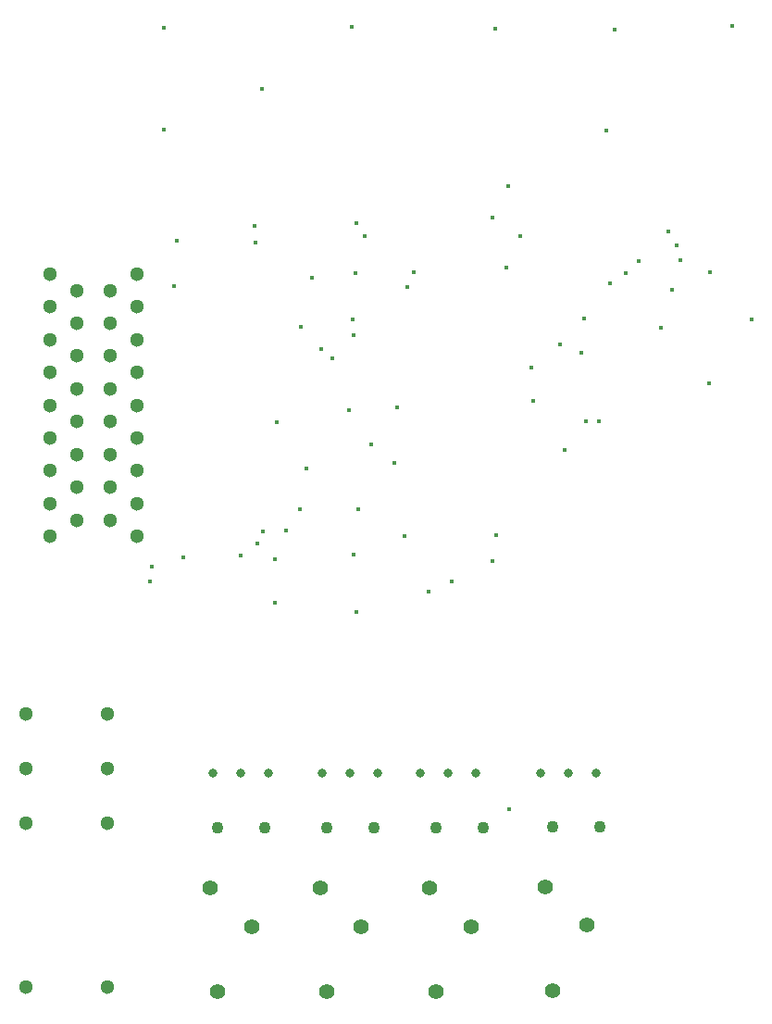
<source format=gbr>
%TF.GenerationSoftware,Altium Limited,Altium Designer,19.1.7 (138)*%
G04 Layer_Color=0*
%FSLAX26Y26*%
%MOIN*%
%TF.FileFunction,Plated,1,2,PTH,Drill*%
%TF.Part,Single*%
G01*
G75*
%TA.AperFunction,ComponentDrill*%
%ADD77C,0.031496*%
%ADD78C,0.051181*%
%ADD79C,0.055118*%
%ADD80C,0.043307*%
%TA.AperFunction,ViaDrill,NotFilled*%
%ADD81C,0.015000*%
D77*
X1198271Y945432D02*
D03*
X1098271D02*
D03*
X998271D02*
D03*
X2379375Y945430D02*
D03*
X2279375D02*
D03*
X2179375D02*
D03*
X1591973Y945430D02*
D03*
X1491973D02*
D03*
X1391973D02*
D03*
X1946301Y945432D02*
D03*
X1846301D02*
D03*
X1746301D02*
D03*
D78*
X726771Y1798072D02*
D03*
Y1916182D02*
D03*
Y2034293D02*
D03*
Y2152403D02*
D03*
Y2270513D02*
D03*
Y2388623D02*
D03*
Y2506734D02*
D03*
Y2624844D02*
D03*
Y2742954D02*
D03*
X628346Y1857127D02*
D03*
Y1975237D02*
D03*
Y2093348D02*
D03*
Y2211458D02*
D03*
Y2329568D02*
D03*
Y2447678D02*
D03*
Y2565789D02*
D03*
Y2683899D02*
D03*
X510236Y1857127D02*
D03*
Y1975237D02*
D03*
Y2093348D02*
D03*
Y2211458D02*
D03*
Y2329568D02*
D03*
Y2447678D02*
D03*
Y2565789D02*
D03*
Y2683899D02*
D03*
X411811Y1798072D02*
D03*
Y1916182D02*
D03*
Y2034293D02*
D03*
Y2152403D02*
D03*
Y2270513D02*
D03*
Y2388623D02*
D03*
Y2506734D02*
D03*
Y2624844D02*
D03*
Y2742954D02*
D03*
X324804Y1159293D02*
D03*
X620080D02*
D03*
X324804Y765593D02*
D03*
Y962443D02*
D03*
X620080Y765593D02*
D03*
Y962443D02*
D03*
Y175041D02*
D03*
X324804D02*
D03*
D79*
X1410476Y158028D02*
D03*
X1384886Y532044D02*
D03*
X1534492Y394249D02*
D03*
X1804177Y158028D02*
D03*
X1778587Y532044D02*
D03*
X1928193Y394249D02*
D03*
X1016776Y158028D02*
D03*
X991185Y532044D02*
D03*
X1140792Y394249D02*
D03*
X2222877Y161965D02*
D03*
X2197287Y535981D02*
D03*
X2346893Y398186D02*
D03*
D80*
X1579768Y748579D02*
D03*
X1410476D02*
D03*
X1973469D02*
D03*
X1804177D02*
D03*
X1186067D02*
D03*
X1016776D02*
D03*
X2392168Y752516D02*
D03*
X2222877D02*
D03*
D81*
X1775000Y1600000D02*
D03*
X2055000Y2765000D02*
D03*
X2105000Y2880000D02*
D03*
X1515000Y1525000D02*
D03*
X1355000Y2730000D02*
D03*
X1860000Y1635000D02*
D03*
X892825Y1724016D02*
D03*
X2250000Y2490000D02*
D03*
X1545000Y2880000D02*
D03*
X1515000Y2925000D02*
D03*
X2430000Y2710000D02*
D03*
X2652161Y2687161D02*
D03*
X2485000Y2745000D02*
D03*
X2534051Y2790941D02*
D03*
X2326772Y2460072D02*
D03*
X1500984Y3631890D02*
D03*
X824000Y3627677D02*
D03*
X2612791Y2550197D02*
D03*
X2005906Y1707677D02*
D03*
X2019685Y1802165D02*
D03*
X2151575Y2287402D02*
D03*
X2265000Y2110000D02*
D03*
X1150591Y2915354D02*
D03*
X1230000Y2210000D02*
D03*
X1524606Y1894685D02*
D03*
X1505906Y1734252D02*
D03*
X1180118Y1816929D02*
D03*
X1100000Y1730000D02*
D03*
X771654Y1634842D02*
D03*
X1224409Y1559055D02*
D03*
X1262795Y1819882D02*
D03*
X1151575Y2856299D02*
D03*
X1507874Y2522638D02*
D03*
X1512795Y2747047D02*
D03*
X2788386Y2750000D02*
D03*
X2684055Y2792323D02*
D03*
X2671260Y2844488D02*
D03*
X821567Y3261527D02*
D03*
X2870126Y3635716D02*
D03*
X2940945Y2579724D02*
D03*
X2787402Y2350394D02*
D03*
X2447835Y3622047D02*
D03*
X2016732Y3626968D02*
D03*
X2145669Y2406496D02*
D03*
X2342520Y2212598D02*
D03*
X2063976Y3058071D02*
D03*
X1491142Y2251968D02*
D03*
X1431102Y2438976D02*
D03*
X1664370Y2262795D02*
D03*
X1504010Y2580835D02*
D03*
X1568898Y2130905D02*
D03*
X1391170Y2473003D02*
D03*
X1317913Y2552165D02*
D03*
X2388780Y2211614D02*
D03*
X1223425Y1717520D02*
D03*
X1160879Y1773964D02*
D03*
X871063Y2861220D02*
D03*
X2007024Y2946622D02*
D03*
X1723425Y2750000D02*
D03*
X2337598Y2581693D02*
D03*
X1653181Y2062630D02*
D03*
X2417323Y3257874D02*
D03*
X860000Y2700000D02*
D03*
X1176000Y3408000D02*
D03*
X1690000Y1798000D02*
D03*
X1700000Y2697000D02*
D03*
X1335000Y2044000D02*
D03*
X2641000Y2895000D02*
D03*
X780929Y1687924D02*
D03*
X1313000Y1897000D02*
D03*
X2065398Y815508D02*
D03*
%TF.MD5,90f2f459ffa824504ae078bd90d4d230*%
M02*

</source>
